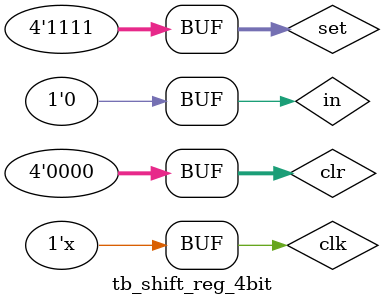
<source format=v>
module tb_shift_reg_4bit;
reg clk, in;
reg [3:0] clr, set;
wire [3:0] out;
shift_reg_4bit s1(clk, in, clr, set, out);

initial
begin
clk =1'b0; in=1'b0; clr=4'b1111; set=4'b0000;
#40 in=1'b1; clr=4'b0000; set=4'b0000;
#20 in=1'b0; clr=4'b0000; set=4'b0000;
#20 in=1'b1; clr=4'b0000; set=4'b0000;
#20 in=1'b0; clr=4'b0000; set=4'b0000;
#20 in=1'b0; clr=4'b0000; set=4'b0000;
#20 in=1'b1; clr=4'b0000; set=4'b0000;
#20 in=1'b1; clr=4'b1111; set=4'b0000;
#20 in=1'b0; clr=4'b0000; set=4'b0000;
#20 in=1'b1; clr=4'b0000; set=4'b0000;
#20 in=1'b0; clr=4'b0000; set=4'b1111;
end

always
begin
#5 clk = ~clk;
end
endmodule
</source>
